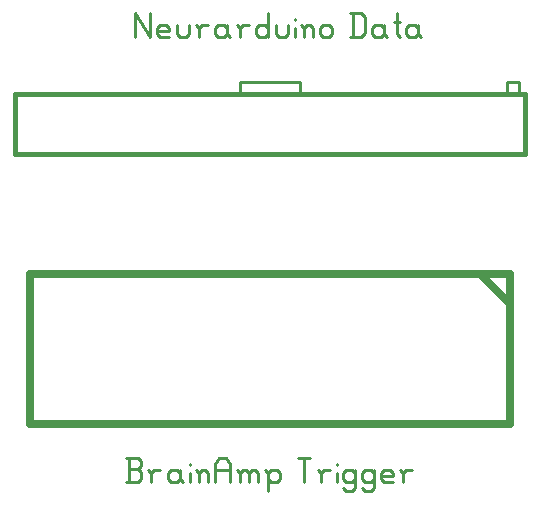
<source format=gbr>
G04 start of page 8 for group -4079 idx -4079 *
G04 Title: (unknown), topsilk *
G04 Creator: pcb 20110918 *
G04 CreationDate: Wed 06 Jul 2016 08:46:05 AM GMT UTC *
G04 For: thomasc *
G04 Format: Gerber/RS-274X *
G04 PCB-Dimensions: 190000 192500 *
G04 PCB-Coordinate-Origin: lower left *
%MOIN*%
%FSLAX25Y25*%
%LNTOPSILK*%
%ADD47C,0.0150*%
%ADD46C,0.0250*%
%ADD45C,0.0100*%
G54D45*X50000Y177000D02*Y169000D01*
Y177000D02*X55000Y169000D01*
Y177000D02*Y169000D01*
X58400D02*X61400D01*
X57400Y170000D02*X58400Y169000D01*
X57400Y172000D02*Y170000D01*
Y172000D02*X58400Y173000D01*
X60400D01*
X61400Y172000D01*
X57400Y171000D02*X61400D01*
Y172000D02*Y171000D01*
X63800Y173000D02*Y170000D01*
X64800Y169000D01*
X66800D01*
X67800Y170000D01*
Y173000D02*Y170000D01*
X71200Y172000D02*Y169000D01*
Y172000D02*X72200Y173000D01*
X74200D01*
X70200D02*X71200Y172000D01*
X79600Y173000D02*X80600Y172000D01*
X77600Y173000D02*X79600D01*
X76600Y172000D02*X77600Y173000D01*
X76600Y172000D02*Y170000D01*
X77600Y169000D01*
X80600Y173000D02*Y170000D01*
X81600Y169000D01*
X77600D02*X79600D01*
X80600Y170000D01*
X85000Y172000D02*Y169000D01*
Y172000D02*X86000Y173000D01*
X88000D01*
X84000D02*X85000Y172000D01*
X94400Y177000D02*Y169000D01*
X93400D02*X94400Y170000D01*
X91400Y169000D02*X93400D01*
X90400Y170000D02*X91400Y169000D01*
X90400Y172000D02*Y170000D01*
Y172000D02*X91400Y173000D01*
X93400D01*
X94400Y172000D01*
X96800Y173000D02*Y170000D01*
X97800Y169000D01*
X99800D01*
X100800Y170000D01*
Y173000D02*Y170000D01*
X103200Y175000D02*Y174800D01*
Y172000D02*Y169000D01*
X106200Y172000D02*Y169000D01*
Y172000D02*X107200Y173000D01*
X108200D01*
X109200Y172000D01*
Y169000D01*
X105200Y173000D02*X106200Y172000D01*
X111600D02*Y170000D01*
Y172000D02*X112600Y173000D01*
X114600D01*
X115600Y172000D01*
Y170000D01*
X114600Y169000D02*X115600Y170000D01*
X112600Y169000D02*X114600D01*
X111600Y170000D02*X112600Y169000D01*
X122600Y177000D02*Y169000D01*
X125200Y177000D02*X126600Y175600D01*
Y170400D01*
X125200Y169000D02*X126600Y170400D01*
X121600Y169000D02*X125200D01*
X121600Y177000D02*X125200D01*
X132000Y173000D02*X133000Y172000D01*
X130000Y173000D02*X132000D01*
X129000Y172000D02*X130000Y173000D01*
X129000Y172000D02*Y170000D01*
X130000Y169000D01*
X133000Y173000D02*Y170000D01*
X134000Y169000D01*
X130000D02*X132000D01*
X133000Y170000D01*
X137400Y177000D02*Y170000D01*
X138400Y169000D01*
X136400Y174000D02*X138400D01*
X143400Y173000D02*X144400Y172000D01*
X141400Y173000D02*X143400D01*
X140400Y172000D02*X141400Y173000D01*
X140400Y172000D02*Y170000D01*
X141400Y169000D01*
X144400Y173000D02*Y170000D01*
X145400Y169000D01*
X141400D02*X143400D01*
X144400Y170000D01*
X47000Y20500D02*X51000D01*
X52000Y21500D01*
Y23900D02*Y21500D01*
X51000Y24900D02*X52000Y23900D01*
X48000Y24900D02*X51000D01*
X48000Y28500D02*Y20500D01*
X47000Y28500D02*X51000D01*
X52000Y27500D01*
Y25900D01*
X51000Y24900D02*X52000Y25900D01*
X55400Y23500D02*Y20500D01*
Y23500D02*X56400Y24500D01*
X58400D01*
X54400D02*X55400Y23500D01*
X63800Y24500D02*X64800Y23500D01*
X61800Y24500D02*X63800D01*
X60800Y23500D02*X61800Y24500D01*
X60800Y23500D02*Y21500D01*
X61800Y20500D01*
X64800Y24500D02*Y21500D01*
X65800Y20500D01*
X61800D02*X63800D01*
X64800Y21500D01*
X68200Y26500D02*Y26300D01*
Y23500D02*Y20500D01*
X71200Y23500D02*Y20500D01*
Y23500D02*X72200Y24500D01*
X73200D01*
X74200Y23500D01*
Y20500D01*
X70200Y24500D02*X71200Y23500D01*
X76600Y26500D02*Y20500D01*
Y26500D02*X78000Y28500D01*
X80200D01*
X81600Y26500D01*
Y20500D01*
X76600Y24500D02*X81600D01*
X85000Y23500D02*Y20500D01*
Y23500D02*X86000Y24500D01*
X87000D01*
X88000Y23500D01*
Y20500D01*
Y23500D02*X89000Y24500D01*
X90000D01*
X91000Y23500D01*
Y20500D01*
X84000Y24500D02*X85000Y23500D01*
X94400D02*Y17500D01*
X93400Y24500D02*X94400Y23500D01*
X95400Y24500D01*
X97400D01*
X98400Y23500D01*
Y21500D01*
X97400Y20500D02*X98400Y21500D01*
X95400Y20500D02*X97400D01*
X94400Y21500D02*X95400Y20500D01*
X104400Y28500D02*X108400D01*
X106400D02*Y20500D01*
X111800Y23500D02*Y20500D01*
Y23500D02*X112800Y24500D01*
X114800D01*
X110800D02*X111800Y23500D01*
X117200Y26500D02*Y26300D01*
Y23500D02*Y20500D01*
X122200Y24500D02*X123200Y23500D01*
X120200Y24500D02*X122200D01*
X119200Y23500D02*X120200Y24500D01*
X119200Y23500D02*Y21500D01*
X120200Y20500D01*
X122200D01*
X123200Y21500D01*
X119200Y18500D02*X120200Y17500D01*
X122200D01*
X123200Y18500D01*
Y24500D02*Y18500D01*
X128600Y24500D02*X129600Y23500D01*
X126600Y24500D02*X128600D01*
X125600Y23500D02*X126600Y24500D01*
X125600Y23500D02*Y21500D01*
X126600Y20500D01*
X128600D01*
X129600Y21500D01*
X125600Y18500D02*X126600Y17500D01*
X128600D01*
X129600Y18500D01*
Y24500D02*Y18500D01*
X133000Y20500D02*X136000D01*
X132000Y21500D02*X133000Y20500D01*
X132000Y23500D02*Y21500D01*
Y23500D02*X133000Y24500D01*
X135000D01*
X136000Y23500D01*
X132000Y22500D02*X136000D01*
Y23500D02*Y22500D01*
X139400Y23500D02*Y20500D01*
Y23500D02*X140400Y24500D01*
X142400D01*
X138400D02*X139400Y23500D01*
G54D46*X15000Y90000D02*X175000D01*
Y40000D01*
X15000D01*
Y90000D01*
X165000D02*X175000Y80000D01*
G54D47*X10000Y150000D02*Y130000D01*
X180000Y150000D02*Y130000D01*
G54D45*X178000Y154000D02*Y150000D01*
G54D47*X10000D02*X180000D01*
G54D45*X174000Y154000D02*X178000D01*
G54D47*X10000Y130000D02*X180000D01*
G54D45*X174000Y154000D02*Y150000D01*
X85000Y154000D02*Y150000D01*
X105000Y154000D02*Y150000D01*
X85000Y154000D02*X104500D01*
M02*

</source>
